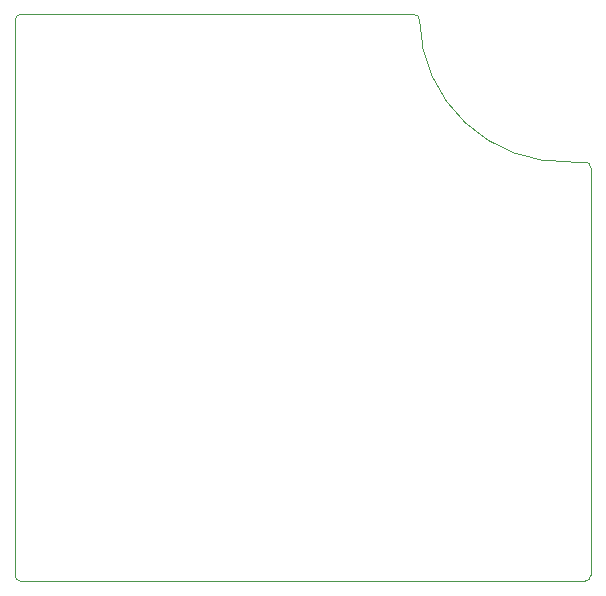
<source format=gbr>
G04 #@! TF.GenerationSoftware,KiCad,Pcbnew,(5.1.9)-1*
G04 #@! TF.CreationDate,2021-01-25T13:58:14-05:00*
G04 #@! TF.ProjectId,eWeatherStation,65576561-7468-4657-9253-746174696f6e,rev?*
G04 #@! TF.SameCoordinates,Original*
G04 #@! TF.FileFunction,Profile,NP*
%FSLAX46Y46*%
G04 Gerber Fmt 4.6, Leading zero omitted, Abs format (unit mm)*
G04 Created by KiCad (PCBNEW (5.1.9)-1) date 2021-01-25 13:58:14*
%MOMM*%
%LPD*%
G01*
G04 APERTURE LIST*
G04 #@! TA.AperFunction,Profile*
%ADD10C,0.100000*%
G04 #@! TD*
G04 APERTURE END LIST*
D10*
X173000000Y-59500000D02*
G75*
G02*
X173500000Y-60000000I0J-500000D01*
G01*
X187500000Y-72000000D02*
G75*
G02*
X188000000Y-72500000I0J-500000D01*
G01*
X188000000Y-107000000D02*
G75*
G02*
X187500000Y-107500000I-500000J0D01*
G01*
X139750000Y-107500000D02*
G75*
G02*
X139250000Y-107000000I0J500000D01*
G01*
X139250000Y-60000000D02*
G75*
G02*
X139750000Y-59500000I500000J0D01*
G01*
X186306359Y-71989913D02*
X187500000Y-72000000D01*
X139250000Y-107000000D02*
X139250000Y-60000000D01*
X187500000Y-107500000D02*
X139750000Y-107500000D01*
X173000000Y-59500000D02*
X139750000Y-59500000D01*
X186306359Y-71989913D02*
G75*
G02*
X173500000Y-60000000I-556359J12239913D01*
G01*
X188000000Y-107000000D02*
X188000000Y-72500000D01*
M02*

</source>
